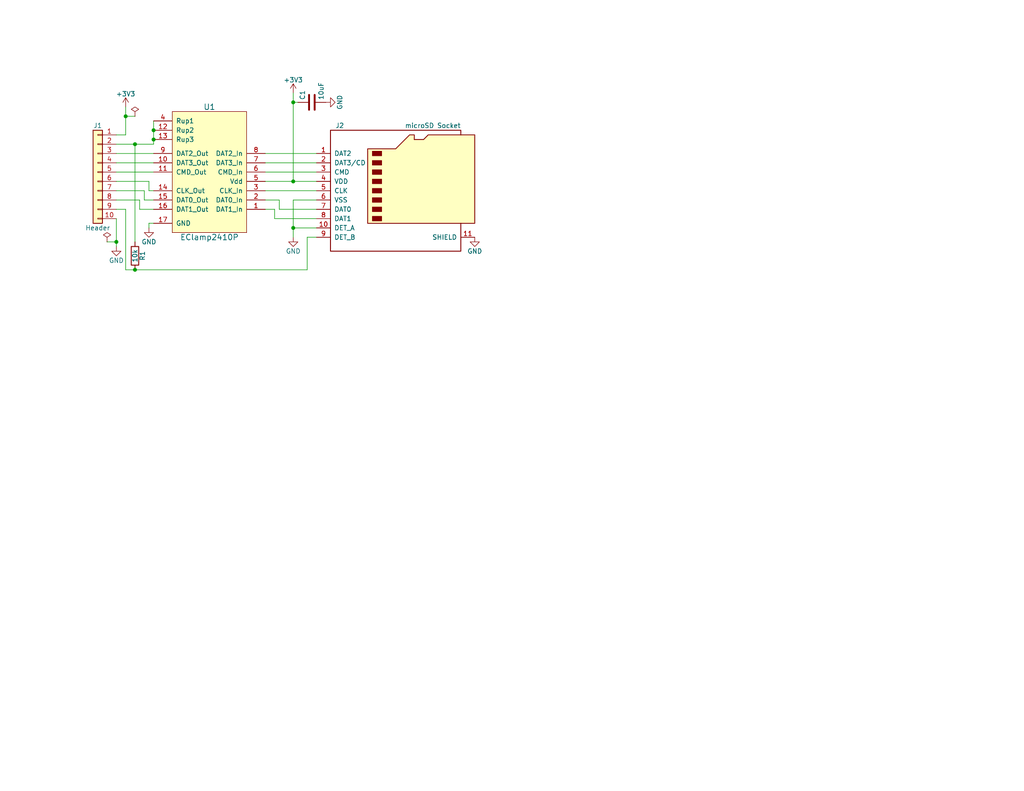
<source format=kicad_sch>
(kicad_sch (version 20211123) (generator eeschema)
  (paper "USLetter")
  (title_block (title "microSD Card Breakout Board") (date "2018-03-05") (rev "A") (company "LogicProbe.org") (comment 1 "Derek Konigsberg"))
  (lib_symbols
    (symbol "Connector:Micro_SD_Card_Det_Hirose_DM3AT" (pin_names (offset 1.016))
      (property "Reference" "J" (at -16.51 17.78 0))
      (property "Value" "Micro_SD_Card_Det_Hirose_DM3AT" (at 16.51 17.78 0))
      (symbol "Micro_SD_Card_Det_Hirose_DM3AT_0_1"
        (rectangle (start -7.62 -6.985) (end -5.08 -8.255) (fill (type outline)))
        (rectangle (start -7.62 -4.445) (end -5.08 -5.715) (fill (type outline)))
        (rectangle (start -7.62 -1.905) (end -5.08 -3.175) (fill (type outline)))
        (rectangle (start -7.62 0.635) (end -5.08 -0.635) (fill (type outline)))
        (rectangle (start -7.62 3.175) (end -5.08 1.905) (fill (type outline)))
        (rectangle (start -7.62 5.715) (end -5.08 4.445) (fill (type outline)))
        (rectangle (start -7.62 8.255) (end -5.08 6.985) (fill (type outline)))
        (rectangle (start -7.62 10.795) (end -5.08 9.525) (fill (type outline)))
        (polyline (pts (xy 16.51 15.24) (xy 16.51 16.51) (xy -19.05 16.51) (xy -19.05 -16.51) (xy 16.51 -16.51) (xy 16.51 -8.89)) (stroke (width 0.254)))
        (polyline (pts (xy -8.89 -8.89) (xy -8.89 11.43) (xy -1.27 11.43) (xy 2.54 15.24) (xy 3.81 15.24) (xy 3.81 13.97) (xy 6.35 13.97) (xy 7.62 15.24) (xy 20.32 15.24) (xy 20.32 -8.89) (xy -8.89 -8.89)) (stroke (width 0.254)) (fill (type background)))
      )
      (symbol "Micro_SD_Card_Det_Hirose_DM3AT_1_1"
        (pin bidirectional line (at -22.86 10.16 0) (length 3.81) (name "DAT2") (number "1"))
        (pin passive line (at -22.86 -10.16 0) (length 3.81) (name "DET_A") (number "10"))
        (pin passive line (at 20.32 -12.7 180) (length 3.81) (name "SHIELD") (number "11"))
        (pin bidirectional line (at -22.86 7.62 0) (length 3.81) (name "DAT3/CD") (number "2"))
        (pin input line (at -22.86 5.08 0) (length 3.81) (name "CMD") (number "3"))
        (pin power_in line (at -22.86 2.54 0) (length 3.81) (name "VDD") (number "4"))
        (pin input line (at -22.86 0 0) (length 3.81) (name "CLK") (number "5"))
        (pin power_in line (at -22.86 -2.54 0) (length 3.81) (name "VSS") (number "6"))
        (pin bidirectional line (at -22.86 -5.08 0) (length 3.81) (name "DAT0") (number "7"))
        (pin bidirectional line (at -22.86 -7.62 0) (length 3.81) (name "DAT1") (number "8"))
        (pin passive line (at -22.86 -12.7 0) (length 3.81) (name "DET_B") (number "9"))
      )
    )
    (symbol "Connector_Generic:Conn_01x10" (pin_names (offset 1.016) hide)
      (property "Reference" "J" (at 0 12.7 0))
      (property "Value" "Conn_01x10" (at 0 -15.24 0))
      (symbol "Conn_01x10_1_1"
        (rectangle (start -1.27 -12.573) (end 0 -12.827) (stroke (width 0.1524)))
        (rectangle (start -1.27 -10.033) (end 0 -10.287) (stroke (width 0.1524)))
        (rectangle (start -1.27 -7.493) (end 0 -7.747) (stroke (width 0.1524)))
        (rectangle (start -1.27 -4.953) (end 0 -5.207) (stroke (width 0.1524)))
        (rectangle (start -1.27 -2.413) (end 0 -2.667) (stroke (width 0.1524)))
        (rectangle (start -1.27 0.127) (end 0 -0.127) (stroke (width 0.1524)))
        (rectangle (start -1.27 2.667) (end 0 2.413) (stroke (width 0.1524)))
        (rectangle (start -1.27 5.207) (end 0 4.953) (stroke (width 0.1524)))
        (rectangle (start -1.27 7.747) (end 0 7.493) (stroke (width 0.1524)))
        (rectangle (start -1.27 10.287) (end 0 10.033) (stroke (width 0.1524)))
        (rectangle (start -1.27 11.43) (end 1.27 -13.97) (stroke (width 0.254)) (fill (type background)))
        (pin passive line (at -5.08 10.16 0) (length 3.81) (name "Pin_1") (number "1"))
        (pin passive line (at -5.08 -12.7 0) (length 3.81) (name "Pin_10") (number "10"))
        (pin passive line (at -5.08 7.62 0) (length 3.81) (name "Pin_2") (number "2"))
        (pin passive line (at -5.08 5.08 0) (length 3.81) (name "Pin_3") (number "3"))
        (pin passive line (at -5.08 2.54 0) (length 3.81) (name "Pin_4") (number "4"))
        (pin passive line (at -5.08 0 0) (length 3.81) (name "Pin_5") (number "5"))
        (pin passive line (at -5.08 -2.54 0) (length 3.81) (name "Pin_6") (number "6"))
        (pin passive line (at -5.08 -5.08 0) (length 3.81) (name "Pin_7") (number "7"))
        (pin passive line (at -5.08 -7.62 0) (length 3.81) (name "Pin_8") (number "8"))
        (pin passive line (at -5.08 -10.16 0) (length 3.81) (name "Pin_9") (number "9"))
      )
    )
    (symbol "Device:C" (pin_numbers hide) (pin_names (offset 0.254))
      (property "Reference" "C" (at 0.635 2.54 0))
      (property "Value" "C" (at 0.635 -2.54 0))
      (symbol "C_0_1"
        (polyline (pts (xy -2.032 -0.762) (xy 2.032 -0.762)) (stroke (width 0.508)))
        (polyline (pts (xy -2.032 0.762) (xy 2.032 0.762)) (stroke (width 0.508)))
      )
      (symbol "C_1_1"
        (pin passive line (at 0 3.81 270) (length 2.794) (name "~") (number "1"))
        (pin passive line (at 0 -3.81 90) (length 2.794) (name "~") (number "2"))
      )
    )
    (symbol "Device:R" (pin_numbers hide) (pin_names (offset 0))
      (property "Reference" "R" (at 2.032 0 90))
      (property "Value" "R" (at 0 0 90))
      (symbol "R_0_1"
        (rectangle (start -1.016 -2.54) (end 1.016 2.54) (stroke (width 0.254)))
      )
      (symbol "R_1_1"
        (pin passive line (at 0 3.81 270) (length 1.27) (name "~") (number "1"))
        (pin passive line (at 0 -3.81 90) (length 1.27) (name "~") (number "2"))
      )
    )
    (symbol "power:+3.3V" (power) (pin_names (offset 0))
      (property "Value" "+3.3V" (at 0 3.556 0))
      (symbol "+3.3V_0_1"
        (polyline (pts (xy -0.762 1.27) (xy 0 2.54)))
        (polyline (pts (xy 0 0) (xy 0 2.54)))
        (polyline (pts (xy 0 2.54) (xy 0.762 1.27)))
      )
      (symbol "+3.3V_1_1"
        (pin power_in line (at 0 0 90) (length 0) hide (name "+3V3") (number "1"))
      )
    )
    (symbol "power:GND" (power) (pin_names (offset 0))
      (property "Value" "GND" (at 0 -3.81 0))
      (symbol "GND_0_1"
        (polyline (pts (xy 0 0) (xy 0 -1.27) (xy 1.27 -1.27) (xy 0 -2.54) (xy -1.27 -1.27) (xy 0 -1.27)))
      )
      (symbol "GND_1_1"
        (pin power_in line (at 0 0 270) (length 0) hide (name "GND") (number "1"))
      )
    )
    (symbol "power:PWR_FLAG" (power) (pin_numbers hide) (pin_names (offset 0) hide)
      (property "Value" "PWR_FLAG" (at 0 3.81 0))
      (symbol "PWR_FLAG_0_0"
        (pin power_out line (at 0 0 90) (length 0) (name "pwr") (number "1"))
      )
      (symbol "PWR_FLAG_0_1"
        (polyline (pts (xy 0 0) (xy 0 1.27) (xy -1.016 1.905) (xy 0 2.54) (xy 1.016 1.905) (xy 0 1.27)))
      )
    )
    (symbol "sd_breakout:EClamp2410P" (pin_names (offset 1.016))
      (property "Reference" "U" (at 0 17.78 0))
      (property "Value" "EClamp2410P" (at 0 -17.78 0))
      (symbol "EClamp2410P_0_1"
        (rectangle (start -10.16 -16.51) (end 10.16 16.51) (fill (type background)))
      )
      (symbol "EClamp2410P_1_1"
        (pin passive line (at 15.24 -10.16 180) (length 5.08) (name "DAT1_In") (number "1"))
        (pin passive line (at -15.24 2.54 0) (length 5.08) (name "DAT3_Out") (number "10"))
        (pin passive line (at -15.24 0 0) (length 5.08) (name "CMD_Out") (number "11"))
        (pin passive line (at -15.24 11.43 0) (length 5.08) (name "Rup2") (number "12"))
        (pin passive line (at -15.24 8.89 0) (length 5.08) (name "Rup3") (number "13"))
        (pin passive line (at -15.24 -5.08 0) (length 5.08) (name "CLK_Out") (number "14"))
        (pin passive line (at -15.24 -7.62 0) (length 5.08) (name "DAT0_Out") (number "15"))
        (pin passive line (at -15.24 -10.16 0) (length 5.08) (name "DAT1_Out") (number "16"))
        (pin power_in line (at -15.24 -13.97 0) (length 5.08) (name "GND") (number "17"))
        (pin passive line (at 15.24 -7.62 180) (length 5.08) (name "DAT0_In") (number "2"))
        (pin passive line (at 15.24 -5.08 180) (length 5.08) (name "CLK_In") (number "3"))
        (pin passive line (at -15.24 13.97 0) (length 5.08) (name "Rup1") (number "4"))
        (pin passive line (at 15.24 -2.54 180) (length 5.08) (name "Vdd") (number "5"))
        (pin passive line (at 15.24 0 180) (length 5.08) (name "CMD_In") (number "6"))
        (pin passive line (at 15.24 2.54 180) (length 5.08) (name "DAT3_In") (number "7"))
        (pin passive line (at 15.24 5.08 180) (length 5.08) (name "DAT2_In") (number "8"))
        (pin passive line (at -15.24 5.08 0) (length 5.08) (name "DAT2_Out") (number "9"))
      )
    )
  )
  (junction (at 80.01 27.94))
  (junction (at 31.75 66.04))
  (junction (at 36.83 39.37))
  (junction (at 36.83 73.66))
  (junction (at 80.01 62.23))
  (junction (at 41.91 35.56))
  (junction (at 80.01 49.53))
  (junction (at 34.29 31.75))
  (junction (at 41.91 38.1))
  (wire (pts (xy 80.01 54.61) (xy 80.01 62.23)))
  (wire (pts (xy 41.91 60.96) (xy 40.64 60.96)))
  (wire (pts (xy 36.83 66.04) (xy 36.83 39.37)))
  (wire (pts (xy 72.39 46.99) (xy 86.36 46.99)))
  (wire (pts (xy 41.91 46.99) (xy 31.75 46.99)))
  (wire (pts (xy 72.39 49.53) (xy 80.01 49.53)))
  (wire (pts (xy 80.01 49.53) (xy 86.36 49.53)))
  (wire (pts (xy 38.1 54.61) (xy 31.75 54.61)))
  (wire (pts (xy 72.39 52.07) (xy 86.36 52.07)))
  (wire (pts (xy 86.36 54.61) (xy 80.01 54.61)))
  (wire (pts (xy 36.83 73.66) (xy 83.82 73.66)))
  (wire (pts (xy 31.75 66.04) (xy 31.75 67.31)))
  (wire (pts (xy 36.83 31.75) (xy 34.29 31.75)))
  (wire (pts (xy 74.93 57.15) (xy 74.93 59.69)))
  (wire (pts (xy 74.93 59.69) (xy 86.36 59.69)))
  (wire (pts (xy 34.29 36.83) (xy 31.75 36.83)))
  (wire (pts (xy 80.01 25.4) (xy 80.01 27.94)))
  (wire (pts (xy 72.39 41.91) (xy 86.36 41.91)))
  (wire (pts (xy 31.75 59.69) (xy 31.75 66.04)))
  (wire (pts (xy 41.91 35.56) (xy 41.91 38.1)))
  (wire (pts (xy 38.1 57.15) (xy 38.1 54.61)))
  (wire (pts (xy 76.2 57.15) (xy 86.36 57.15)))
  (wire (pts (xy 34.29 29.21) (xy 34.29 31.75)))
  (wire (pts (xy 41.91 52.07) (xy 40.64 52.07)))
  (wire (pts (xy 40.64 49.53) (xy 31.75 49.53)))
  (wire (pts (xy 86.36 62.23) (xy 80.01 62.23)))
  (wire (pts (xy 72.39 57.15) (xy 74.93 57.15)))
  (wire (pts (xy 40.64 60.96) (xy 40.64 62.23)))
  (wire (pts (xy 80.01 27.94) (xy 80.01 49.53)))
  (wire (pts (xy 41.91 41.91) (xy 31.75 41.91)))
  (wire (pts (xy 76.2 54.61) (xy 76.2 57.15)))
  (wire (pts (xy 41.91 38.1) (xy 41.91 39.37)))
  (wire (pts (xy 80.01 62.23) (xy 80.01 64.77)))
  (wire (pts (xy 39.37 52.07) (xy 31.75 52.07)))
  (wire (pts (xy 41.91 33.02) (xy 41.91 35.56)))
  (wire (pts (xy 41.91 57.15) (xy 38.1 57.15)))
  (wire (pts (xy 29.21 66.04) (xy 31.75 66.04)))
  (wire (pts (xy 34.29 57.15) (xy 31.75 57.15)))
  (wire (pts (xy 34.29 73.66) (xy 34.29 57.15)))
  (wire (pts (xy 72.39 54.61) (xy 76.2 54.61)))
  (wire (pts (xy 83.82 73.66) (xy 83.82 64.77)))
  (wire (pts (xy 36.83 39.37) (xy 31.75 39.37)))
  (wire (pts (xy 41.91 39.37) (xy 36.83 39.37)))
  (wire (pts (xy 86.36 64.77) (xy 83.82 64.77)))
  (wire (pts (xy 39.37 54.61) (xy 39.37 52.07)))
  (wire (pts (xy 41.91 54.61) (xy 39.37 54.61)))
  (wire (pts (xy 41.91 44.45) (xy 31.75 44.45)))
  (wire (pts (xy 72.39 44.45) (xy 86.36 44.45)))
  (wire (pts (xy 81.28 27.94) (xy 80.01 27.94)))
  (wire (pts (xy 40.64 52.07) (xy 40.64 49.53)))
  (wire (pts (xy 34.29 73.66) (xy 36.83 73.66)))
  (wire (pts (xy 34.29 31.75) (xy 34.29 36.83)))
  (symbol (lib_id "sd_breakout:EClamp2410P") (at 57.15 46.99 0) (unit 1)
    (property "Reference" "U1" (at 57.15 29.21 0) (effects (font (size 1.524 1.524))))
    (property "Value" "EClamp2410P" (at 57.15 64.77 0) (effects (font (size 1.524 1.524))))
    (property "Footprint" "lib_fp:SLP4016P16_1.6x4mm_P0.5mm" (effects hide))
    (property "Datasheet" "https://www.semtech.com/uploads/documents/eclamp2410p.pdf" (effects hide))
    (property "Description" "FILTER RC(PI) 45 OHM/12PF SMD" (effects hide))
    (property "Manufacturer" "Semtech Corporation" (effects hide))
    (property "Manufacturer PN" "ECLAMP2410P.TCT" (effects hide))
    (property "Supplier" "Digi-Key" (effects hide))
    (property "Supplier PN" "ECLAMP2410P.TCT-ND" (effects hide))
  )
  (symbol (lib_id "Connector:Micro_SD_Card_Det_Hirose_DM3AT") (at 109.22 52.07 0) (unit 1)
    (property "Reference" "J2" (at 92.71 34.29 0))
    (property "Value" "microSD Socket" (at 125.73 34.29 0) (effects (justify right)))
    (property "Footprint" "Connector_Card:microSD_HC_Hirose_DM3AT-SF-PEJM5" (effects hide))
    (property "Datasheet" "https://www.hirose.com/product/en/download_file/key_name/DM3/category/Catalog/doc_file_id/49662/?file_category_id=4&item_id=195&is_series=1" (effects hide))
    (property "Description" "CONN MICRO SD CARD PUSH-PUSH R/A" (effects hide))
    (property "Manufacturer" "Hirose Electric Co Ltd" (effects hide))
    (property "Manufacturer PN" "DM3AT-SF-PEJM5" (effects hide))
    (property "Supplier" "Digi-Key" (effects hide))
    (property "Supplier PN" "HR1964CT-ND" (effects hide))
  )
  (symbol (lib_id "Device:C") (at 85.09 27.94 90) (unit 1)
    (property "Reference" "C1" (at 82.55 27.305 0) (effects (justify left)))
    (property "Value" "10uF" (at 87.63 27.305 0) (effects (justify left)))
    (property "Footprint" "Capacitor_SMD:C_0805_2012Metric" (effects hide))
    (property "Datasheet" "http://www.samsungsem.com/kr/support/product-search/mlcc/CL21A106KAFN3NE.jsp" (effects hide))
    (property "Description" "CAP CER 10UF 25V X5R 0805" (effects hide))
    (property "Manufacturer" "Samsung Electro-Mechanics" (effects hide))
    (property "Manufacturer PN" "CL21A106KAFN3NE" (effects hide))
    (property "Supplier" "Digi-Key" (effects hide))
    (property "Supplier PN" "1276-2890-1-ND" (effects hide))
  )
  (symbol (lib_id "Device:R") (at 36.83 69.85 0) (unit 1)
    (property "Reference" "R1" (at 38.862 69.85 90))
    (property "Value" "10k" (at 36.83 69.85 90))
    (property "Footprint" "Resistor_SMD:R_0805_2012Metric" (effects hide))
    (property "Datasheet" "http://www.vishay.com/docs/20035/dcrcwe3.pdf" (effects hide))
    (property "Description" "RES SMD 10K OHM 5% 1/8W 0805" (effects hide))
    (property "Manufacturer" "Vishay Dale" (effects hide))
    (property "Manufacturer PN" "CRCW080510K0JNEA" (effects hide))
    (property "Supplier" "Digi-Key" (effects hide))
    (property "Supplier PN" "541-10KACT-ND" (effects hide))
  )
  (symbol (lib_id "power:GND") (at 129.54 64.77 0) (unit 1)
    (property "Reference" "#PWR01" (effects hide))
    (property "Value" "GND" (at 129.54 68.58 0))
  )
  (symbol (lib_id "power:+3.3V") (at 80.01 25.4 0) (unit 1)
    (property "Reference" "#PWR02" (effects hide))
    (property "Value" "+3.3V" (at 80.01 21.844 0))
  )
  (symbol (lib_id "power:GND") (at 88.9 27.94 90) (unit 1)
    (property "Reference" "#PWR03" (effects hide))
    (property "Value" "GND" (at 92.71 27.94 0))
  )
  (symbol (lib_id "power:GND") (at 80.01 64.77 0) (unit 1)
    (property "Reference" "#PWR04" (effects hide))
    (property "Value" "GND" (at 80.01 68.58 0))
  )
  (symbol (lib_id "power:GND") (at 40.64 62.23 0) (unit 1)
    (property "Reference" "#PWR05" (effects hide))
    (property "Value" "GND" (at 40.64 66.04 0))
  )
  (symbol (lib_id "Connector_Generic:Conn_01x10") (at 26.67 46.99 0) (mirror y) (unit 1)
    (property "Reference" "J1" (at 26.67 34.29 0))
    (property "Value" "Header" (at 26.67 62.23 0))
    (property "Footprint" "Connector_PinHeader_2.54mm:PinHeader_1x10_P2.54mm_Vertical" (effects hide))
  )
  (symbol (lib_id "power:+3.3V") (at 34.29 29.21 0) (unit 1)
    (property "Reference" "#PWR06" (effects hide))
    (property "Value" "+3.3V" (at 34.29 25.654 0))
  )
  (symbol (lib_id "power:PWR_FLAG") (at 36.83 31.75 0) (unit 1)
    (property "Reference" "#FLG07" (effects hide))
    (property "Value" "PWR_FLAG" (effects hide))
  )
  (symbol (lib_id "power:GND") (at 31.75 67.31 0) (unit 1)
    (property "Reference" "#PWR08" (effects hide))
    (property "Value" "GND" (at 31.75 71.12 0))
  )
  (symbol (lib_id "power:PWR_FLAG") (at 29.21 66.04 0) (unit 1)
    (property "Reference" "#FLG09" (effects hide))
    (property "Value" "PWR_FLAG" (effects hide))
  )
)
</source>
